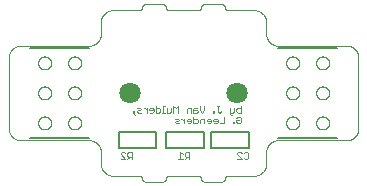
<source format=gbo>
G75*
%MOIN*%
%OFA0B0*%
%FSLAX25Y25*%
%IPPOS*%
%LPD*%
%AMOC8*
5,1,8,0,0,1.08239X$1,22.5*
%
%ADD10C,0.00000*%
%ADD11C,0.00200*%
%ADD12C,0.00800*%
%ADD13C,0.00500*%
%ADD14C,0.07087*%
D10*
X0045791Y0032012D02*
X0045915Y0032010D01*
X0046038Y0032004D01*
X0046162Y0031995D01*
X0046284Y0031981D01*
X0046407Y0031964D01*
X0046529Y0031942D01*
X0046650Y0031917D01*
X0046770Y0031888D01*
X0046889Y0031856D01*
X0047008Y0031819D01*
X0047125Y0031779D01*
X0047240Y0031736D01*
X0047355Y0031688D01*
X0047467Y0031637D01*
X0047578Y0031583D01*
X0047688Y0031525D01*
X0047795Y0031464D01*
X0047901Y0031399D01*
X0048004Y0031331D01*
X0048105Y0031260D01*
X0048204Y0031186D01*
X0048301Y0031109D01*
X0048395Y0031028D01*
X0048486Y0030945D01*
X0048575Y0030859D01*
X0048661Y0030770D01*
X0048744Y0030679D01*
X0048825Y0030585D01*
X0048902Y0030488D01*
X0048976Y0030389D01*
X0049047Y0030288D01*
X0049115Y0030185D01*
X0049180Y0030079D01*
X0049241Y0029972D01*
X0049299Y0029862D01*
X0049353Y0029751D01*
X0049404Y0029639D01*
X0049452Y0029524D01*
X0049495Y0029409D01*
X0049535Y0029292D01*
X0049572Y0029173D01*
X0049604Y0029054D01*
X0049633Y0028934D01*
X0049658Y0028813D01*
X0049680Y0028691D01*
X0049697Y0028568D01*
X0049711Y0028446D01*
X0049720Y0028322D01*
X0049726Y0028199D01*
X0049728Y0028075D01*
X0049728Y0024138D01*
X0049730Y0024014D01*
X0049736Y0023891D01*
X0049745Y0023767D01*
X0049759Y0023645D01*
X0049776Y0023522D01*
X0049798Y0023400D01*
X0049823Y0023279D01*
X0049852Y0023159D01*
X0049884Y0023040D01*
X0049921Y0022921D01*
X0049961Y0022804D01*
X0050004Y0022689D01*
X0050052Y0022574D01*
X0050103Y0022462D01*
X0050157Y0022351D01*
X0050215Y0022241D01*
X0050276Y0022134D01*
X0050341Y0022028D01*
X0050409Y0021925D01*
X0050480Y0021824D01*
X0050554Y0021725D01*
X0050631Y0021628D01*
X0050712Y0021534D01*
X0050795Y0021443D01*
X0050881Y0021354D01*
X0050970Y0021268D01*
X0051061Y0021185D01*
X0051155Y0021104D01*
X0051252Y0021027D01*
X0051351Y0020953D01*
X0051452Y0020882D01*
X0051555Y0020814D01*
X0051661Y0020749D01*
X0051768Y0020688D01*
X0051878Y0020630D01*
X0051989Y0020576D01*
X0052101Y0020525D01*
X0052216Y0020477D01*
X0052331Y0020434D01*
X0052448Y0020394D01*
X0052567Y0020357D01*
X0052686Y0020325D01*
X0052806Y0020296D01*
X0052927Y0020271D01*
X0053049Y0020249D01*
X0053172Y0020232D01*
X0053294Y0020218D01*
X0053418Y0020209D01*
X0053541Y0020203D01*
X0053665Y0020201D01*
X0062524Y0020201D01*
X0062586Y0020199D01*
X0062647Y0020193D01*
X0062708Y0020184D01*
X0062769Y0020170D01*
X0062828Y0020153D01*
X0062886Y0020132D01*
X0062943Y0020107D01*
X0062998Y0020079D01*
X0063051Y0020048D01*
X0063102Y0020013D01*
X0063151Y0019975D01*
X0063198Y0019934D01*
X0063241Y0019891D01*
X0063282Y0019844D01*
X0063320Y0019795D01*
X0063355Y0019744D01*
X0063386Y0019691D01*
X0063414Y0019636D01*
X0063439Y0019579D01*
X0063460Y0019521D01*
X0063477Y0019462D01*
X0063491Y0019401D01*
X0063500Y0019340D01*
X0063506Y0019279D01*
X0063508Y0019217D01*
X0063510Y0019155D01*
X0063516Y0019094D01*
X0063525Y0019033D01*
X0063539Y0018972D01*
X0063556Y0018913D01*
X0063577Y0018855D01*
X0063602Y0018798D01*
X0063630Y0018743D01*
X0063661Y0018690D01*
X0063696Y0018639D01*
X0063734Y0018590D01*
X0063775Y0018543D01*
X0063818Y0018500D01*
X0063865Y0018459D01*
X0063914Y0018421D01*
X0063965Y0018386D01*
X0064018Y0018355D01*
X0064073Y0018327D01*
X0064130Y0018302D01*
X0064188Y0018281D01*
X0064247Y0018264D01*
X0064308Y0018250D01*
X0064369Y0018241D01*
X0064430Y0018235D01*
X0064492Y0018233D01*
X0064492Y0018232D02*
X0070398Y0018232D01*
X0070398Y0018233D02*
X0070460Y0018235D01*
X0070521Y0018241D01*
X0070582Y0018250D01*
X0070643Y0018264D01*
X0070702Y0018281D01*
X0070760Y0018302D01*
X0070817Y0018327D01*
X0070872Y0018355D01*
X0070925Y0018386D01*
X0070976Y0018421D01*
X0071025Y0018459D01*
X0071072Y0018500D01*
X0071115Y0018543D01*
X0071156Y0018590D01*
X0071194Y0018639D01*
X0071229Y0018690D01*
X0071260Y0018743D01*
X0071288Y0018798D01*
X0071313Y0018855D01*
X0071334Y0018913D01*
X0071351Y0018972D01*
X0071365Y0019033D01*
X0071374Y0019094D01*
X0071380Y0019155D01*
X0071382Y0019217D01*
X0071384Y0019279D01*
X0071390Y0019340D01*
X0071399Y0019401D01*
X0071413Y0019462D01*
X0071430Y0019521D01*
X0071451Y0019579D01*
X0071476Y0019636D01*
X0071504Y0019691D01*
X0071535Y0019744D01*
X0071570Y0019795D01*
X0071608Y0019844D01*
X0071649Y0019891D01*
X0071692Y0019934D01*
X0071739Y0019975D01*
X0071788Y0020013D01*
X0071839Y0020048D01*
X0071892Y0020079D01*
X0071947Y0020107D01*
X0072004Y0020132D01*
X0072062Y0020153D01*
X0072121Y0020170D01*
X0072182Y0020184D01*
X0072243Y0020193D01*
X0072304Y0020199D01*
X0072366Y0020201D01*
X0082209Y0020201D01*
X0082271Y0020199D01*
X0082332Y0020193D01*
X0082393Y0020184D01*
X0082454Y0020170D01*
X0082513Y0020153D01*
X0082571Y0020132D01*
X0082628Y0020107D01*
X0082683Y0020079D01*
X0082736Y0020048D01*
X0082787Y0020013D01*
X0082836Y0019975D01*
X0082883Y0019934D01*
X0082926Y0019891D01*
X0082967Y0019844D01*
X0083005Y0019795D01*
X0083040Y0019744D01*
X0083071Y0019691D01*
X0083099Y0019636D01*
X0083124Y0019579D01*
X0083145Y0019521D01*
X0083162Y0019462D01*
X0083176Y0019401D01*
X0083185Y0019340D01*
X0083191Y0019279D01*
X0083193Y0019217D01*
X0083195Y0019155D01*
X0083201Y0019094D01*
X0083210Y0019033D01*
X0083224Y0018972D01*
X0083241Y0018913D01*
X0083262Y0018855D01*
X0083287Y0018798D01*
X0083315Y0018743D01*
X0083346Y0018690D01*
X0083381Y0018639D01*
X0083419Y0018590D01*
X0083460Y0018543D01*
X0083503Y0018500D01*
X0083550Y0018459D01*
X0083599Y0018421D01*
X0083650Y0018386D01*
X0083703Y0018355D01*
X0083758Y0018327D01*
X0083815Y0018302D01*
X0083873Y0018281D01*
X0083932Y0018264D01*
X0083993Y0018250D01*
X0084054Y0018241D01*
X0084115Y0018235D01*
X0084177Y0018233D01*
X0084177Y0018232D02*
X0090083Y0018232D01*
X0090083Y0018233D02*
X0090145Y0018235D01*
X0090206Y0018241D01*
X0090267Y0018250D01*
X0090328Y0018264D01*
X0090387Y0018281D01*
X0090445Y0018302D01*
X0090502Y0018327D01*
X0090557Y0018355D01*
X0090610Y0018386D01*
X0090661Y0018421D01*
X0090710Y0018459D01*
X0090757Y0018500D01*
X0090800Y0018543D01*
X0090841Y0018590D01*
X0090879Y0018639D01*
X0090914Y0018690D01*
X0090945Y0018743D01*
X0090973Y0018798D01*
X0090998Y0018855D01*
X0091019Y0018913D01*
X0091036Y0018972D01*
X0091050Y0019033D01*
X0091059Y0019094D01*
X0091065Y0019155D01*
X0091067Y0019217D01*
X0091069Y0019279D01*
X0091075Y0019340D01*
X0091084Y0019401D01*
X0091098Y0019462D01*
X0091115Y0019521D01*
X0091136Y0019579D01*
X0091161Y0019636D01*
X0091189Y0019691D01*
X0091220Y0019744D01*
X0091255Y0019795D01*
X0091293Y0019844D01*
X0091334Y0019891D01*
X0091377Y0019934D01*
X0091424Y0019975D01*
X0091473Y0020013D01*
X0091524Y0020048D01*
X0091577Y0020079D01*
X0091632Y0020107D01*
X0091689Y0020132D01*
X0091747Y0020153D01*
X0091806Y0020170D01*
X0091867Y0020184D01*
X0091928Y0020193D01*
X0091989Y0020199D01*
X0092051Y0020201D01*
X0100909Y0020201D01*
X0101033Y0020203D01*
X0101156Y0020209D01*
X0101280Y0020218D01*
X0101402Y0020232D01*
X0101525Y0020249D01*
X0101647Y0020271D01*
X0101768Y0020296D01*
X0101888Y0020325D01*
X0102007Y0020357D01*
X0102126Y0020394D01*
X0102243Y0020434D01*
X0102358Y0020477D01*
X0102473Y0020525D01*
X0102585Y0020576D01*
X0102696Y0020630D01*
X0102806Y0020688D01*
X0102913Y0020749D01*
X0103019Y0020814D01*
X0103122Y0020882D01*
X0103223Y0020953D01*
X0103322Y0021027D01*
X0103419Y0021104D01*
X0103513Y0021185D01*
X0103604Y0021268D01*
X0103693Y0021354D01*
X0103779Y0021443D01*
X0103862Y0021534D01*
X0103943Y0021628D01*
X0104020Y0021725D01*
X0104094Y0021824D01*
X0104165Y0021925D01*
X0104233Y0022028D01*
X0104298Y0022134D01*
X0104359Y0022241D01*
X0104417Y0022351D01*
X0104471Y0022462D01*
X0104522Y0022574D01*
X0104570Y0022689D01*
X0104613Y0022804D01*
X0104653Y0022921D01*
X0104690Y0023040D01*
X0104722Y0023159D01*
X0104751Y0023279D01*
X0104776Y0023400D01*
X0104798Y0023522D01*
X0104815Y0023645D01*
X0104829Y0023767D01*
X0104838Y0023891D01*
X0104844Y0024014D01*
X0104846Y0024138D01*
X0104846Y0028075D01*
X0104848Y0028199D01*
X0104854Y0028322D01*
X0104863Y0028446D01*
X0104877Y0028568D01*
X0104894Y0028691D01*
X0104916Y0028813D01*
X0104941Y0028934D01*
X0104970Y0029054D01*
X0105002Y0029173D01*
X0105039Y0029292D01*
X0105079Y0029409D01*
X0105122Y0029524D01*
X0105170Y0029639D01*
X0105221Y0029751D01*
X0105275Y0029862D01*
X0105333Y0029972D01*
X0105394Y0030079D01*
X0105459Y0030185D01*
X0105527Y0030288D01*
X0105598Y0030389D01*
X0105672Y0030488D01*
X0105749Y0030585D01*
X0105830Y0030679D01*
X0105913Y0030770D01*
X0105999Y0030859D01*
X0106088Y0030945D01*
X0106179Y0031028D01*
X0106273Y0031109D01*
X0106370Y0031186D01*
X0106469Y0031260D01*
X0106570Y0031331D01*
X0106673Y0031399D01*
X0106779Y0031464D01*
X0106886Y0031525D01*
X0106996Y0031583D01*
X0107107Y0031637D01*
X0107219Y0031688D01*
X0107334Y0031736D01*
X0107449Y0031779D01*
X0107566Y0031819D01*
X0107685Y0031856D01*
X0107804Y0031888D01*
X0107924Y0031917D01*
X0108045Y0031942D01*
X0108167Y0031964D01*
X0108290Y0031981D01*
X0108412Y0031995D01*
X0108536Y0032004D01*
X0108659Y0032010D01*
X0108783Y0032012D01*
X0131618Y0032012D01*
X0131742Y0032014D01*
X0131865Y0032020D01*
X0131989Y0032029D01*
X0132111Y0032043D01*
X0132234Y0032060D01*
X0132356Y0032082D01*
X0132477Y0032107D01*
X0132597Y0032136D01*
X0132716Y0032168D01*
X0132835Y0032205D01*
X0132952Y0032245D01*
X0133067Y0032288D01*
X0133182Y0032336D01*
X0133294Y0032387D01*
X0133405Y0032441D01*
X0133515Y0032499D01*
X0133622Y0032560D01*
X0133728Y0032625D01*
X0133831Y0032693D01*
X0133932Y0032764D01*
X0134031Y0032838D01*
X0134128Y0032915D01*
X0134222Y0032996D01*
X0134313Y0033079D01*
X0134402Y0033165D01*
X0134488Y0033254D01*
X0134571Y0033345D01*
X0134652Y0033439D01*
X0134729Y0033536D01*
X0134803Y0033635D01*
X0134874Y0033736D01*
X0134942Y0033839D01*
X0135007Y0033945D01*
X0135068Y0034052D01*
X0135126Y0034162D01*
X0135180Y0034273D01*
X0135231Y0034385D01*
X0135279Y0034500D01*
X0135322Y0034615D01*
X0135362Y0034732D01*
X0135399Y0034851D01*
X0135431Y0034970D01*
X0135460Y0035090D01*
X0135485Y0035211D01*
X0135507Y0035333D01*
X0135524Y0035456D01*
X0135538Y0035578D01*
X0135547Y0035702D01*
X0135553Y0035825D01*
X0135555Y0035949D01*
X0135555Y0059571D01*
X0135553Y0059695D01*
X0135547Y0059818D01*
X0135538Y0059942D01*
X0135524Y0060064D01*
X0135507Y0060187D01*
X0135485Y0060309D01*
X0135460Y0060430D01*
X0135431Y0060550D01*
X0135399Y0060669D01*
X0135362Y0060788D01*
X0135322Y0060905D01*
X0135279Y0061020D01*
X0135231Y0061135D01*
X0135180Y0061247D01*
X0135126Y0061358D01*
X0135068Y0061468D01*
X0135007Y0061575D01*
X0134942Y0061681D01*
X0134874Y0061784D01*
X0134803Y0061885D01*
X0134729Y0061984D01*
X0134652Y0062081D01*
X0134571Y0062175D01*
X0134488Y0062266D01*
X0134402Y0062355D01*
X0134313Y0062441D01*
X0134222Y0062524D01*
X0134128Y0062605D01*
X0134031Y0062682D01*
X0133932Y0062756D01*
X0133831Y0062827D01*
X0133728Y0062895D01*
X0133622Y0062960D01*
X0133515Y0063021D01*
X0133405Y0063079D01*
X0133294Y0063133D01*
X0133182Y0063184D01*
X0133067Y0063232D01*
X0132952Y0063275D01*
X0132835Y0063315D01*
X0132716Y0063352D01*
X0132597Y0063384D01*
X0132477Y0063413D01*
X0132356Y0063438D01*
X0132234Y0063460D01*
X0132111Y0063477D01*
X0131989Y0063491D01*
X0131865Y0063500D01*
X0131742Y0063506D01*
X0131618Y0063508D01*
X0108783Y0063508D01*
X0108659Y0063510D01*
X0108536Y0063516D01*
X0108412Y0063525D01*
X0108290Y0063539D01*
X0108167Y0063556D01*
X0108045Y0063578D01*
X0107924Y0063603D01*
X0107804Y0063632D01*
X0107685Y0063664D01*
X0107566Y0063701D01*
X0107449Y0063741D01*
X0107334Y0063784D01*
X0107219Y0063832D01*
X0107107Y0063883D01*
X0106996Y0063937D01*
X0106886Y0063995D01*
X0106779Y0064056D01*
X0106673Y0064121D01*
X0106570Y0064189D01*
X0106469Y0064260D01*
X0106370Y0064334D01*
X0106273Y0064411D01*
X0106179Y0064492D01*
X0106088Y0064575D01*
X0105999Y0064661D01*
X0105913Y0064750D01*
X0105830Y0064841D01*
X0105749Y0064935D01*
X0105672Y0065032D01*
X0105598Y0065131D01*
X0105527Y0065232D01*
X0105459Y0065335D01*
X0105394Y0065441D01*
X0105333Y0065548D01*
X0105275Y0065658D01*
X0105221Y0065769D01*
X0105170Y0065881D01*
X0105122Y0065996D01*
X0105079Y0066111D01*
X0105039Y0066228D01*
X0105002Y0066347D01*
X0104970Y0066466D01*
X0104941Y0066586D01*
X0104916Y0066707D01*
X0104894Y0066829D01*
X0104877Y0066952D01*
X0104863Y0067074D01*
X0104854Y0067198D01*
X0104848Y0067321D01*
X0104846Y0067445D01*
X0104846Y0071382D01*
X0104844Y0071506D01*
X0104838Y0071629D01*
X0104829Y0071753D01*
X0104815Y0071875D01*
X0104798Y0071998D01*
X0104776Y0072120D01*
X0104751Y0072241D01*
X0104722Y0072361D01*
X0104690Y0072480D01*
X0104653Y0072599D01*
X0104613Y0072716D01*
X0104570Y0072831D01*
X0104522Y0072946D01*
X0104471Y0073058D01*
X0104417Y0073169D01*
X0104359Y0073279D01*
X0104298Y0073386D01*
X0104233Y0073492D01*
X0104165Y0073595D01*
X0104094Y0073696D01*
X0104020Y0073795D01*
X0103943Y0073892D01*
X0103862Y0073986D01*
X0103779Y0074077D01*
X0103693Y0074166D01*
X0103604Y0074252D01*
X0103513Y0074335D01*
X0103419Y0074416D01*
X0103322Y0074493D01*
X0103223Y0074567D01*
X0103122Y0074638D01*
X0103019Y0074706D01*
X0102913Y0074771D01*
X0102806Y0074832D01*
X0102696Y0074890D01*
X0102585Y0074944D01*
X0102473Y0074995D01*
X0102358Y0075043D01*
X0102243Y0075086D01*
X0102126Y0075126D01*
X0102007Y0075163D01*
X0101888Y0075195D01*
X0101768Y0075224D01*
X0101647Y0075249D01*
X0101525Y0075271D01*
X0101402Y0075288D01*
X0101280Y0075302D01*
X0101156Y0075311D01*
X0101033Y0075317D01*
X0100909Y0075319D01*
X0092051Y0075319D01*
X0091989Y0075321D01*
X0091928Y0075327D01*
X0091867Y0075336D01*
X0091806Y0075350D01*
X0091747Y0075367D01*
X0091689Y0075388D01*
X0091632Y0075413D01*
X0091577Y0075441D01*
X0091524Y0075472D01*
X0091473Y0075507D01*
X0091424Y0075545D01*
X0091377Y0075586D01*
X0091334Y0075629D01*
X0091293Y0075676D01*
X0091255Y0075725D01*
X0091220Y0075776D01*
X0091189Y0075829D01*
X0091161Y0075884D01*
X0091136Y0075941D01*
X0091115Y0075999D01*
X0091098Y0076058D01*
X0091084Y0076119D01*
X0091075Y0076180D01*
X0091069Y0076241D01*
X0091067Y0076303D01*
X0091065Y0076365D01*
X0091059Y0076426D01*
X0091050Y0076487D01*
X0091036Y0076548D01*
X0091019Y0076607D01*
X0090998Y0076665D01*
X0090973Y0076722D01*
X0090945Y0076777D01*
X0090914Y0076830D01*
X0090879Y0076881D01*
X0090841Y0076930D01*
X0090800Y0076977D01*
X0090757Y0077020D01*
X0090710Y0077061D01*
X0090661Y0077099D01*
X0090610Y0077134D01*
X0090557Y0077165D01*
X0090502Y0077193D01*
X0090445Y0077218D01*
X0090387Y0077239D01*
X0090328Y0077256D01*
X0090267Y0077270D01*
X0090206Y0077279D01*
X0090145Y0077285D01*
X0090083Y0077287D01*
X0084177Y0077287D01*
X0084115Y0077285D01*
X0084054Y0077279D01*
X0083993Y0077270D01*
X0083932Y0077256D01*
X0083873Y0077239D01*
X0083815Y0077218D01*
X0083758Y0077193D01*
X0083703Y0077165D01*
X0083650Y0077134D01*
X0083599Y0077099D01*
X0083550Y0077061D01*
X0083503Y0077020D01*
X0083460Y0076977D01*
X0083419Y0076930D01*
X0083381Y0076881D01*
X0083346Y0076830D01*
X0083315Y0076777D01*
X0083287Y0076722D01*
X0083262Y0076665D01*
X0083241Y0076607D01*
X0083224Y0076548D01*
X0083210Y0076487D01*
X0083201Y0076426D01*
X0083195Y0076365D01*
X0083193Y0076303D01*
X0083191Y0076241D01*
X0083185Y0076180D01*
X0083176Y0076119D01*
X0083162Y0076058D01*
X0083145Y0075999D01*
X0083124Y0075941D01*
X0083099Y0075884D01*
X0083071Y0075829D01*
X0083040Y0075776D01*
X0083005Y0075725D01*
X0082967Y0075676D01*
X0082926Y0075629D01*
X0082883Y0075586D01*
X0082836Y0075545D01*
X0082787Y0075507D01*
X0082736Y0075472D01*
X0082683Y0075441D01*
X0082628Y0075413D01*
X0082571Y0075388D01*
X0082513Y0075367D01*
X0082454Y0075350D01*
X0082393Y0075336D01*
X0082332Y0075327D01*
X0082271Y0075321D01*
X0082209Y0075319D01*
X0072366Y0075319D01*
X0072304Y0075321D01*
X0072243Y0075327D01*
X0072182Y0075336D01*
X0072121Y0075350D01*
X0072062Y0075367D01*
X0072004Y0075388D01*
X0071947Y0075413D01*
X0071892Y0075441D01*
X0071839Y0075472D01*
X0071788Y0075507D01*
X0071739Y0075545D01*
X0071692Y0075586D01*
X0071649Y0075629D01*
X0071608Y0075676D01*
X0071570Y0075725D01*
X0071535Y0075776D01*
X0071504Y0075829D01*
X0071476Y0075884D01*
X0071451Y0075941D01*
X0071430Y0075999D01*
X0071413Y0076058D01*
X0071399Y0076119D01*
X0071390Y0076180D01*
X0071384Y0076241D01*
X0071382Y0076303D01*
X0071380Y0076365D01*
X0071374Y0076426D01*
X0071365Y0076487D01*
X0071351Y0076548D01*
X0071334Y0076607D01*
X0071313Y0076665D01*
X0071288Y0076722D01*
X0071260Y0076777D01*
X0071229Y0076830D01*
X0071194Y0076881D01*
X0071156Y0076930D01*
X0071115Y0076977D01*
X0071072Y0077020D01*
X0071025Y0077061D01*
X0070976Y0077099D01*
X0070925Y0077134D01*
X0070872Y0077165D01*
X0070817Y0077193D01*
X0070760Y0077218D01*
X0070702Y0077239D01*
X0070643Y0077256D01*
X0070582Y0077270D01*
X0070521Y0077279D01*
X0070460Y0077285D01*
X0070398Y0077287D01*
X0064492Y0077287D01*
X0064430Y0077285D01*
X0064369Y0077279D01*
X0064308Y0077270D01*
X0064247Y0077256D01*
X0064188Y0077239D01*
X0064130Y0077218D01*
X0064073Y0077193D01*
X0064018Y0077165D01*
X0063965Y0077134D01*
X0063914Y0077099D01*
X0063865Y0077061D01*
X0063818Y0077020D01*
X0063775Y0076977D01*
X0063734Y0076930D01*
X0063696Y0076881D01*
X0063661Y0076830D01*
X0063630Y0076777D01*
X0063602Y0076722D01*
X0063577Y0076665D01*
X0063556Y0076607D01*
X0063539Y0076548D01*
X0063525Y0076487D01*
X0063516Y0076426D01*
X0063510Y0076365D01*
X0063508Y0076303D01*
X0063506Y0076241D01*
X0063500Y0076180D01*
X0063491Y0076119D01*
X0063477Y0076058D01*
X0063460Y0075999D01*
X0063439Y0075941D01*
X0063414Y0075884D01*
X0063386Y0075829D01*
X0063355Y0075776D01*
X0063320Y0075725D01*
X0063282Y0075676D01*
X0063241Y0075629D01*
X0063198Y0075586D01*
X0063151Y0075545D01*
X0063102Y0075507D01*
X0063051Y0075472D01*
X0062998Y0075441D01*
X0062943Y0075413D01*
X0062886Y0075388D01*
X0062828Y0075367D01*
X0062769Y0075350D01*
X0062708Y0075336D01*
X0062647Y0075327D01*
X0062586Y0075321D01*
X0062524Y0075319D01*
X0053665Y0075319D01*
X0053541Y0075317D01*
X0053418Y0075311D01*
X0053294Y0075302D01*
X0053172Y0075288D01*
X0053049Y0075271D01*
X0052927Y0075249D01*
X0052806Y0075224D01*
X0052686Y0075195D01*
X0052567Y0075163D01*
X0052448Y0075126D01*
X0052331Y0075086D01*
X0052216Y0075043D01*
X0052101Y0074995D01*
X0051989Y0074944D01*
X0051878Y0074890D01*
X0051768Y0074832D01*
X0051661Y0074771D01*
X0051555Y0074706D01*
X0051452Y0074638D01*
X0051351Y0074567D01*
X0051252Y0074493D01*
X0051155Y0074416D01*
X0051061Y0074335D01*
X0050970Y0074252D01*
X0050881Y0074166D01*
X0050795Y0074077D01*
X0050712Y0073986D01*
X0050631Y0073892D01*
X0050554Y0073795D01*
X0050480Y0073696D01*
X0050409Y0073595D01*
X0050341Y0073492D01*
X0050276Y0073386D01*
X0050215Y0073279D01*
X0050157Y0073169D01*
X0050103Y0073058D01*
X0050052Y0072946D01*
X0050004Y0072831D01*
X0049961Y0072716D01*
X0049921Y0072599D01*
X0049884Y0072480D01*
X0049852Y0072361D01*
X0049823Y0072241D01*
X0049798Y0072120D01*
X0049776Y0071998D01*
X0049759Y0071875D01*
X0049745Y0071753D01*
X0049736Y0071629D01*
X0049730Y0071506D01*
X0049728Y0071382D01*
X0049728Y0067445D01*
X0049726Y0067321D01*
X0049720Y0067198D01*
X0049711Y0067074D01*
X0049697Y0066952D01*
X0049680Y0066829D01*
X0049658Y0066707D01*
X0049633Y0066586D01*
X0049604Y0066466D01*
X0049572Y0066347D01*
X0049535Y0066228D01*
X0049495Y0066111D01*
X0049452Y0065996D01*
X0049404Y0065881D01*
X0049353Y0065769D01*
X0049299Y0065658D01*
X0049241Y0065548D01*
X0049180Y0065441D01*
X0049115Y0065335D01*
X0049047Y0065232D01*
X0048976Y0065131D01*
X0048902Y0065032D01*
X0048825Y0064935D01*
X0048744Y0064841D01*
X0048661Y0064750D01*
X0048575Y0064661D01*
X0048486Y0064575D01*
X0048395Y0064492D01*
X0048301Y0064411D01*
X0048204Y0064334D01*
X0048105Y0064260D01*
X0048004Y0064189D01*
X0047901Y0064121D01*
X0047795Y0064056D01*
X0047688Y0063995D01*
X0047578Y0063937D01*
X0047467Y0063883D01*
X0047355Y0063832D01*
X0047240Y0063784D01*
X0047125Y0063741D01*
X0047008Y0063701D01*
X0046889Y0063664D01*
X0046770Y0063632D01*
X0046650Y0063603D01*
X0046529Y0063578D01*
X0046407Y0063556D01*
X0046284Y0063539D01*
X0046162Y0063525D01*
X0046038Y0063516D01*
X0045915Y0063510D01*
X0045791Y0063508D01*
X0022957Y0063508D01*
X0022833Y0063506D01*
X0022710Y0063500D01*
X0022586Y0063491D01*
X0022464Y0063477D01*
X0022341Y0063460D01*
X0022219Y0063438D01*
X0022098Y0063413D01*
X0021978Y0063384D01*
X0021859Y0063352D01*
X0021740Y0063315D01*
X0021623Y0063275D01*
X0021508Y0063232D01*
X0021393Y0063184D01*
X0021281Y0063133D01*
X0021170Y0063079D01*
X0021060Y0063021D01*
X0020953Y0062960D01*
X0020847Y0062895D01*
X0020744Y0062827D01*
X0020643Y0062756D01*
X0020544Y0062682D01*
X0020447Y0062605D01*
X0020353Y0062524D01*
X0020262Y0062441D01*
X0020173Y0062355D01*
X0020087Y0062266D01*
X0020004Y0062175D01*
X0019923Y0062081D01*
X0019846Y0061984D01*
X0019772Y0061885D01*
X0019701Y0061784D01*
X0019633Y0061681D01*
X0019568Y0061575D01*
X0019507Y0061468D01*
X0019449Y0061358D01*
X0019395Y0061247D01*
X0019344Y0061135D01*
X0019296Y0061020D01*
X0019253Y0060905D01*
X0019213Y0060788D01*
X0019176Y0060669D01*
X0019144Y0060550D01*
X0019115Y0060430D01*
X0019090Y0060309D01*
X0019068Y0060187D01*
X0019051Y0060064D01*
X0019037Y0059942D01*
X0019028Y0059818D01*
X0019022Y0059695D01*
X0019020Y0059571D01*
X0019020Y0035949D01*
X0019022Y0035825D01*
X0019028Y0035702D01*
X0019037Y0035578D01*
X0019051Y0035456D01*
X0019068Y0035333D01*
X0019090Y0035211D01*
X0019115Y0035090D01*
X0019144Y0034970D01*
X0019176Y0034851D01*
X0019213Y0034732D01*
X0019253Y0034615D01*
X0019296Y0034500D01*
X0019344Y0034385D01*
X0019395Y0034273D01*
X0019449Y0034162D01*
X0019507Y0034052D01*
X0019568Y0033945D01*
X0019633Y0033839D01*
X0019701Y0033736D01*
X0019772Y0033635D01*
X0019846Y0033536D01*
X0019923Y0033439D01*
X0020004Y0033345D01*
X0020087Y0033254D01*
X0020173Y0033165D01*
X0020262Y0033079D01*
X0020353Y0032996D01*
X0020447Y0032915D01*
X0020544Y0032838D01*
X0020643Y0032764D01*
X0020744Y0032693D01*
X0020847Y0032625D01*
X0020953Y0032560D01*
X0021060Y0032499D01*
X0021170Y0032441D01*
X0021281Y0032387D01*
X0021393Y0032336D01*
X0021508Y0032288D01*
X0021623Y0032245D01*
X0021740Y0032205D01*
X0021859Y0032168D01*
X0021978Y0032136D01*
X0022098Y0032107D01*
X0022219Y0032082D01*
X0022341Y0032060D01*
X0022464Y0032043D01*
X0022586Y0032029D01*
X0022710Y0032020D01*
X0022833Y0032014D01*
X0022957Y0032012D01*
X0045791Y0032012D01*
X0038784Y0037760D02*
X0038786Y0037853D01*
X0038792Y0037945D01*
X0038802Y0038037D01*
X0038816Y0038128D01*
X0038833Y0038219D01*
X0038855Y0038309D01*
X0038880Y0038398D01*
X0038909Y0038486D01*
X0038942Y0038572D01*
X0038979Y0038657D01*
X0039019Y0038741D01*
X0039063Y0038822D01*
X0039110Y0038902D01*
X0039160Y0038980D01*
X0039214Y0039055D01*
X0039271Y0039128D01*
X0039331Y0039198D01*
X0039394Y0039266D01*
X0039460Y0039331D01*
X0039528Y0039393D01*
X0039599Y0039453D01*
X0039673Y0039509D01*
X0039749Y0039562D01*
X0039827Y0039611D01*
X0039907Y0039658D01*
X0039989Y0039700D01*
X0040073Y0039740D01*
X0040158Y0039775D01*
X0040245Y0039807D01*
X0040333Y0039836D01*
X0040422Y0039860D01*
X0040512Y0039881D01*
X0040603Y0039897D01*
X0040695Y0039910D01*
X0040787Y0039919D01*
X0040880Y0039924D01*
X0040972Y0039925D01*
X0041065Y0039922D01*
X0041157Y0039915D01*
X0041249Y0039904D01*
X0041340Y0039889D01*
X0041431Y0039871D01*
X0041521Y0039848D01*
X0041609Y0039822D01*
X0041697Y0039792D01*
X0041783Y0039758D01*
X0041867Y0039721D01*
X0041950Y0039679D01*
X0042031Y0039635D01*
X0042111Y0039587D01*
X0042188Y0039536D01*
X0042262Y0039481D01*
X0042335Y0039423D01*
X0042405Y0039363D01*
X0042472Y0039299D01*
X0042536Y0039233D01*
X0042598Y0039163D01*
X0042656Y0039092D01*
X0042711Y0039018D01*
X0042763Y0038941D01*
X0042812Y0038862D01*
X0042858Y0038782D01*
X0042900Y0038699D01*
X0042938Y0038615D01*
X0042973Y0038529D01*
X0043004Y0038442D01*
X0043031Y0038354D01*
X0043054Y0038264D01*
X0043074Y0038174D01*
X0043090Y0038083D01*
X0043102Y0037991D01*
X0043110Y0037899D01*
X0043114Y0037806D01*
X0043114Y0037714D01*
X0043110Y0037621D01*
X0043102Y0037529D01*
X0043090Y0037437D01*
X0043074Y0037346D01*
X0043054Y0037256D01*
X0043031Y0037166D01*
X0043004Y0037078D01*
X0042973Y0036991D01*
X0042938Y0036905D01*
X0042900Y0036821D01*
X0042858Y0036738D01*
X0042812Y0036658D01*
X0042763Y0036579D01*
X0042711Y0036502D01*
X0042656Y0036428D01*
X0042598Y0036357D01*
X0042536Y0036287D01*
X0042472Y0036221D01*
X0042405Y0036157D01*
X0042335Y0036097D01*
X0042262Y0036039D01*
X0042188Y0035984D01*
X0042111Y0035933D01*
X0042032Y0035885D01*
X0041950Y0035841D01*
X0041867Y0035799D01*
X0041783Y0035762D01*
X0041697Y0035728D01*
X0041609Y0035698D01*
X0041521Y0035672D01*
X0041431Y0035649D01*
X0041340Y0035631D01*
X0041249Y0035616D01*
X0041157Y0035605D01*
X0041065Y0035598D01*
X0040972Y0035595D01*
X0040880Y0035596D01*
X0040787Y0035601D01*
X0040695Y0035610D01*
X0040603Y0035623D01*
X0040512Y0035639D01*
X0040422Y0035660D01*
X0040333Y0035684D01*
X0040245Y0035713D01*
X0040158Y0035745D01*
X0040073Y0035780D01*
X0039989Y0035820D01*
X0039907Y0035862D01*
X0039827Y0035909D01*
X0039749Y0035958D01*
X0039673Y0036011D01*
X0039599Y0036067D01*
X0039528Y0036127D01*
X0039460Y0036189D01*
X0039394Y0036254D01*
X0039331Y0036322D01*
X0039271Y0036392D01*
X0039214Y0036465D01*
X0039160Y0036540D01*
X0039110Y0036618D01*
X0039063Y0036698D01*
X0039019Y0036779D01*
X0038979Y0036863D01*
X0038942Y0036948D01*
X0038909Y0037034D01*
X0038880Y0037122D01*
X0038855Y0037211D01*
X0038833Y0037301D01*
X0038816Y0037392D01*
X0038802Y0037483D01*
X0038792Y0037575D01*
X0038786Y0037667D01*
X0038784Y0037760D01*
X0028784Y0037760D02*
X0028786Y0037853D01*
X0028792Y0037945D01*
X0028802Y0038037D01*
X0028816Y0038128D01*
X0028833Y0038219D01*
X0028855Y0038309D01*
X0028880Y0038398D01*
X0028909Y0038486D01*
X0028942Y0038572D01*
X0028979Y0038657D01*
X0029019Y0038741D01*
X0029063Y0038822D01*
X0029110Y0038902D01*
X0029160Y0038980D01*
X0029214Y0039055D01*
X0029271Y0039128D01*
X0029331Y0039198D01*
X0029394Y0039266D01*
X0029460Y0039331D01*
X0029528Y0039393D01*
X0029599Y0039453D01*
X0029673Y0039509D01*
X0029749Y0039562D01*
X0029827Y0039611D01*
X0029907Y0039658D01*
X0029989Y0039700D01*
X0030073Y0039740D01*
X0030158Y0039775D01*
X0030245Y0039807D01*
X0030333Y0039836D01*
X0030422Y0039860D01*
X0030512Y0039881D01*
X0030603Y0039897D01*
X0030695Y0039910D01*
X0030787Y0039919D01*
X0030880Y0039924D01*
X0030972Y0039925D01*
X0031065Y0039922D01*
X0031157Y0039915D01*
X0031249Y0039904D01*
X0031340Y0039889D01*
X0031431Y0039871D01*
X0031521Y0039848D01*
X0031609Y0039822D01*
X0031697Y0039792D01*
X0031783Y0039758D01*
X0031867Y0039721D01*
X0031950Y0039679D01*
X0032031Y0039635D01*
X0032111Y0039587D01*
X0032188Y0039536D01*
X0032262Y0039481D01*
X0032335Y0039423D01*
X0032405Y0039363D01*
X0032472Y0039299D01*
X0032536Y0039233D01*
X0032598Y0039163D01*
X0032656Y0039092D01*
X0032711Y0039018D01*
X0032763Y0038941D01*
X0032812Y0038862D01*
X0032858Y0038782D01*
X0032900Y0038699D01*
X0032938Y0038615D01*
X0032973Y0038529D01*
X0033004Y0038442D01*
X0033031Y0038354D01*
X0033054Y0038264D01*
X0033074Y0038174D01*
X0033090Y0038083D01*
X0033102Y0037991D01*
X0033110Y0037899D01*
X0033114Y0037806D01*
X0033114Y0037714D01*
X0033110Y0037621D01*
X0033102Y0037529D01*
X0033090Y0037437D01*
X0033074Y0037346D01*
X0033054Y0037256D01*
X0033031Y0037166D01*
X0033004Y0037078D01*
X0032973Y0036991D01*
X0032938Y0036905D01*
X0032900Y0036821D01*
X0032858Y0036738D01*
X0032812Y0036658D01*
X0032763Y0036579D01*
X0032711Y0036502D01*
X0032656Y0036428D01*
X0032598Y0036357D01*
X0032536Y0036287D01*
X0032472Y0036221D01*
X0032405Y0036157D01*
X0032335Y0036097D01*
X0032262Y0036039D01*
X0032188Y0035984D01*
X0032111Y0035933D01*
X0032032Y0035885D01*
X0031950Y0035841D01*
X0031867Y0035799D01*
X0031783Y0035762D01*
X0031697Y0035728D01*
X0031609Y0035698D01*
X0031521Y0035672D01*
X0031431Y0035649D01*
X0031340Y0035631D01*
X0031249Y0035616D01*
X0031157Y0035605D01*
X0031065Y0035598D01*
X0030972Y0035595D01*
X0030880Y0035596D01*
X0030787Y0035601D01*
X0030695Y0035610D01*
X0030603Y0035623D01*
X0030512Y0035639D01*
X0030422Y0035660D01*
X0030333Y0035684D01*
X0030245Y0035713D01*
X0030158Y0035745D01*
X0030073Y0035780D01*
X0029989Y0035820D01*
X0029907Y0035862D01*
X0029827Y0035909D01*
X0029749Y0035958D01*
X0029673Y0036011D01*
X0029599Y0036067D01*
X0029528Y0036127D01*
X0029460Y0036189D01*
X0029394Y0036254D01*
X0029331Y0036322D01*
X0029271Y0036392D01*
X0029214Y0036465D01*
X0029160Y0036540D01*
X0029110Y0036618D01*
X0029063Y0036698D01*
X0029019Y0036779D01*
X0028979Y0036863D01*
X0028942Y0036948D01*
X0028909Y0037034D01*
X0028880Y0037122D01*
X0028855Y0037211D01*
X0028833Y0037301D01*
X0028816Y0037392D01*
X0028802Y0037483D01*
X0028792Y0037575D01*
X0028786Y0037667D01*
X0028784Y0037760D01*
X0028784Y0047760D02*
X0028786Y0047853D01*
X0028792Y0047945D01*
X0028802Y0048037D01*
X0028816Y0048128D01*
X0028833Y0048219D01*
X0028855Y0048309D01*
X0028880Y0048398D01*
X0028909Y0048486D01*
X0028942Y0048572D01*
X0028979Y0048657D01*
X0029019Y0048741D01*
X0029063Y0048822D01*
X0029110Y0048902D01*
X0029160Y0048980D01*
X0029214Y0049055D01*
X0029271Y0049128D01*
X0029331Y0049198D01*
X0029394Y0049266D01*
X0029460Y0049331D01*
X0029528Y0049393D01*
X0029599Y0049453D01*
X0029673Y0049509D01*
X0029749Y0049562D01*
X0029827Y0049611D01*
X0029907Y0049658D01*
X0029989Y0049700D01*
X0030073Y0049740D01*
X0030158Y0049775D01*
X0030245Y0049807D01*
X0030333Y0049836D01*
X0030422Y0049860D01*
X0030512Y0049881D01*
X0030603Y0049897D01*
X0030695Y0049910D01*
X0030787Y0049919D01*
X0030880Y0049924D01*
X0030972Y0049925D01*
X0031065Y0049922D01*
X0031157Y0049915D01*
X0031249Y0049904D01*
X0031340Y0049889D01*
X0031431Y0049871D01*
X0031521Y0049848D01*
X0031609Y0049822D01*
X0031697Y0049792D01*
X0031783Y0049758D01*
X0031867Y0049721D01*
X0031950Y0049679D01*
X0032031Y0049635D01*
X0032111Y0049587D01*
X0032188Y0049536D01*
X0032262Y0049481D01*
X0032335Y0049423D01*
X0032405Y0049363D01*
X0032472Y0049299D01*
X0032536Y0049233D01*
X0032598Y0049163D01*
X0032656Y0049092D01*
X0032711Y0049018D01*
X0032763Y0048941D01*
X0032812Y0048862D01*
X0032858Y0048782D01*
X0032900Y0048699D01*
X0032938Y0048615D01*
X0032973Y0048529D01*
X0033004Y0048442D01*
X0033031Y0048354D01*
X0033054Y0048264D01*
X0033074Y0048174D01*
X0033090Y0048083D01*
X0033102Y0047991D01*
X0033110Y0047899D01*
X0033114Y0047806D01*
X0033114Y0047714D01*
X0033110Y0047621D01*
X0033102Y0047529D01*
X0033090Y0047437D01*
X0033074Y0047346D01*
X0033054Y0047256D01*
X0033031Y0047166D01*
X0033004Y0047078D01*
X0032973Y0046991D01*
X0032938Y0046905D01*
X0032900Y0046821D01*
X0032858Y0046738D01*
X0032812Y0046658D01*
X0032763Y0046579D01*
X0032711Y0046502D01*
X0032656Y0046428D01*
X0032598Y0046357D01*
X0032536Y0046287D01*
X0032472Y0046221D01*
X0032405Y0046157D01*
X0032335Y0046097D01*
X0032262Y0046039D01*
X0032188Y0045984D01*
X0032111Y0045933D01*
X0032032Y0045885D01*
X0031950Y0045841D01*
X0031867Y0045799D01*
X0031783Y0045762D01*
X0031697Y0045728D01*
X0031609Y0045698D01*
X0031521Y0045672D01*
X0031431Y0045649D01*
X0031340Y0045631D01*
X0031249Y0045616D01*
X0031157Y0045605D01*
X0031065Y0045598D01*
X0030972Y0045595D01*
X0030880Y0045596D01*
X0030787Y0045601D01*
X0030695Y0045610D01*
X0030603Y0045623D01*
X0030512Y0045639D01*
X0030422Y0045660D01*
X0030333Y0045684D01*
X0030245Y0045713D01*
X0030158Y0045745D01*
X0030073Y0045780D01*
X0029989Y0045820D01*
X0029907Y0045862D01*
X0029827Y0045909D01*
X0029749Y0045958D01*
X0029673Y0046011D01*
X0029599Y0046067D01*
X0029528Y0046127D01*
X0029460Y0046189D01*
X0029394Y0046254D01*
X0029331Y0046322D01*
X0029271Y0046392D01*
X0029214Y0046465D01*
X0029160Y0046540D01*
X0029110Y0046618D01*
X0029063Y0046698D01*
X0029019Y0046779D01*
X0028979Y0046863D01*
X0028942Y0046948D01*
X0028909Y0047034D01*
X0028880Y0047122D01*
X0028855Y0047211D01*
X0028833Y0047301D01*
X0028816Y0047392D01*
X0028802Y0047483D01*
X0028792Y0047575D01*
X0028786Y0047667D01*
X0028784Y0047760D01*
X0038784Y0047760D02*
X0038786Y0047853D01*
X0038792Y0047945D01*
X0038802Y0048037D01*
X0038816Y0048128D01*
X0038833Y0048219D01*
X0038855Y0048309D01*
X0038880Y0048398D01*
X0038909Y0048486D01*
X0038942Y0048572D01*
X0038979Y0048657D01*
X0039019Y0048741D01*
X0039063Y0048822D01*
X0039110Y0048902D01*
X0039160Y0048980D01*
X0039214Y0049055D01*
X0039271Y0049128D01*
X0039331Y0049198D01*
X0039394Y0049266D01*
X0039460Y0049331D01*
X0039528Y0049393D01*
X0039599Y0049453D01*
X0039673Y0049509D01*
X0039749Y0049562D01*
X0039827Y0049611D01*
X0039907Y0049658D01*
X0039989Y0049700D01*
X0040073Y0049740D01*
X0040158Y0049775D01*
X0040245Y0049807D01*
X0040333Y0049836D01*
X0040422Y0049860D01*
X0040512Y0049881D01*
X0040603Y0049897D01*
X0040695Y0049910D01*
X0040787Y0049919D01*
X0040880Y0049924D01*
X0040972Y0049925D01*
X0041065Y0049922D01*
X0041157Y0049915D01*
X0041249Y0049904D01*
X0041340Y0049889D01*
X0041431Y0049871D01*
X0041521Y0049848D01*
X0041609Y0049822D01*
X0041697Y0049792D01*
X0041783Y0049758D01*
X0041867Y0049721D01*
X0041950Y0049679D01*
X0042031Y0049635D01*
X0042111Y0049587D01*
X0042188Y0049536D01*
X0042262Y0049481D01*
X0042335Y0049423D01*
X0042405Y0049363D01*
X0042472Y0049299D01*
X0042536Y0049233D01*
X0042598Y0049163D01*
X0042656Y0049092D01*
X0042711Y0049018D01*
X0042763Y0048941D01*
X0042812Y0048862D01*
X0042858Y0048782D01*
X0042900Y0048699D01*
X0042938Y0048615D01*
X0042973Y0048529D01*
X0043004Y0048442D01*
X0043031Y0048354D01*
X0043054Y0048264D01*
X0043074Y0048174D01*
X0043090Y0048083D01*
X0043102Y0047991D01*
X0043110Y0047899D01*
X0043114Y0047806D01*
X0043114Y0047714D01*
X0043110Y0047621D01*
X0043102Y0047529D01*
X0043090Y0047437D01*
X0043074Y0047346D01*
X0043054Y0047256D01*
X0043031Y0047166D01*
X0043004Y0047078D01*
X0042973Y0046991D01*
X0042938Y0046905D01*
X0042900Y0046821D01*
X0042858Y0046738D01*
X0042812Y0046658D01*
X0042763Y0046579D01*
X0042711Y0046502D01*
X0042656Y0046428D01*
X0042598Y0046357D01*
X0042536Y0046287D01*
X0042472Y0046221D01*
X0042405Y0046157D01*
X0042335Y0046097D01*
X0042262Y0046039D01*
X0042188Y0045984D01*
X0042111Y0045933D01*
X0042032Y0045885D01*
X0041950Y0045841D01*
X0041867Y0045799D01*
X0041783Y0045762D01*
X0041697Y0045728D01*
X0041609Y0045698D01*
X0041521Y0045672D01*
X0041431Y0045649D01*
X0041340Y0045631D01*
X0041249Y0045616D01*
X0041157Y0045605D01*
X0041065Y0045598D01*
X0040972Y0045595D01*
X0040880Y0045596D01*
X0040787Y0045601D01*
X0040695Y0045610D01*
X0040603Y0045623D01*
X0040512Y0045639D01*
X0040422Y0045660D01*
X0040333Y0045684D01*
X0040245Y0045713D01*
X0040158Y0045745D01*
X0040073Y0045780D01*
X0039989Y0045820D01*
X0039907Y0045862D01*
X0039827Y0045909D01*
X0039749Y0045958D01*
X0039673Y0046011D01*
X0039599Y0046067D01*
X0039528Y0046127D01*
X0039460Y0046189D01*
X0039394Y0046254D01*
X0039331Y0046322D01*
X0039271Y0046392D01*
X0039214Y0046465D01*
X0039160Y0046540D01*
X0039110Y0046618D01*
X0039063Y0046698D01*
X0039019Y0046779D01*
X0038979Y0046863D01*
X0038942Y0046948D01*
X0038909Y0047034D01*
X0038880Y0047122D01*
X0038855Y0047211D01*
X0038833Y0047301D01*
X0038816Y0047392D01*
X0038802Y0047483D01*
X0038792Y0047575D01*
X0038786Y0047667D01*
X0038784Y0047760D01*
X0038784Y0057760D02*
X0038786Y0057853D01*
X0038792Y0057945D01*
X0038802Y0058037D01*
X0038816Y0058128D01*
X0038833Y0058219D01*
X0038855Y0058309D01*
X0038880Y0058398D01*
X0038909Y0058486D01*
X0038942Y0058572D01*
X0038979Y0058657D01*
X0039019Y0058741D01*
X0039063Y0058822D01*
X0039110Y0058902D01*
X0039160Y0058980D01*
X0039214Y0059055D01*
X0039271Y0059128D01*
X0039331Y0059198D01*
X0039394Y0059266D01*
X0039460Y0059331D01*
X0039528Y0059393D01*
X0039599Y0059453D01*
X0039673Y0059509D01*
X0039749Y0059562D01*
X0039827Y0059611D01*
X0039907Y0059658D01*
X0039989Y0059700D01*
X0040073Y0059740D01*
X0040158Y0059775D01*
X0040245Y0059807D01*
X0040333Y0059836D01*
X0040422Y0059860D01*
X0040512Y0059881D01*
X0040603Y0059897D01*
X0040695Y0059910D01*
X0040787Y0059919D01*
X0040880Y0059924D01*
X0040972Y0059925D01*
X0041065Y0059922D01*
X0041157Y0059915D01*
X0041249Y0059904D01*
X0041340Y0059889D01*
X0041431Y0059871D01*
X0041521Y0059848D01*
X0041609Y0059822D01*
X0041697Y0059792D01*
X0041783Y0059758D01*
X0041867Y0059721D01*
X0041950Y0059679D01*
X0042031Y0059635D01*
X0042111Y0059587D01*
X0042188Y0059536D01*
X0042262Y0059481D01*
X0042335Y0059423D01*
X0042405Y0059363D01*
X0042472Y0059299D01*
X0042536Y0059233D01*
X0042598Y0059163D01*
X0042656Y0059092D01*
X0042711Y0059018D01*
X0042763Y0058941D01*
X0042812Y0058862D01*
X0042858Y0058782D01*
X0042900Y0058699D01*
X0042938Y0058615D01*
X0042973Y0058529D01*
X0043004Y0058442D01*
X0043031Y0058354D01*
X0043054Y0058264D01*
X0043074Y0058174D01*
X0043090Y0058083D01*
X0043102Y0057991D01*
X0043110Y0057899D01*
X0043114Y0057806D01*
X0043114Y0057714D01*
X0043110Y0057621D01*
X0043102Y0057529D01*
X0043090Y0057437D01*
X0043074Y0057346D01*
X0043054Y0057256D01*
X0043031Y0057166D01*
X0043004Y0057078D01*
X0042973Y0056991D01*
X0042938Y0056905D01*
X0042900Y0056821D01*
X0042858Y0056738D01*
X0042812Y0056658D01*
X0042763Y0056579D01*
X0042711Y0056502D01*
X0042656Y0056428D01*
X0042598Y0056357D01*
X0042536Y0056287D01*
X0042472Y0056221D01*
X0042405Y0056157D01*
X0042335Y0056097D01*
X0042262Y0056039D01*
X0042188Y0055984D01*
X0042111Y0055933D01*
X0042032Y0055885D01*
X0041950Y0055841D01*
X0041867Y0055799D01*
X0041783Y0055762D01*
X0041697Y0055728D01*
X0041609Y0055698D01*
X0041521Y0055672D01*
X0041431Y0055649D01*
X0041340Y0055631D01*
X0041249Y0055616D01*
X0041157Y0055605D01*
X0041065Y0055598D01*
X0040972Y0055595D01*
X0040880Y0055596D01*
X0040787Y0055601D01*
X0040695Y0055610D01*
X0040603Y0055623D01*
X0040512Y0055639D01*
X0040422Y0055660D01*
X0040333Y0055684D01*
X0040245Y0055713D01*
X0040158Y0055745D01*
X0040073Y0055780D01*
X0039989Y0055820D01*
X0039907Y0055862D01*
X0039827Y0055909D01*
X0039749Y0055958D01*
X0039673Y0056011D01*
X0039599Y0056067D01*
X0039528Y0056127D01*
X0039460Y0056189D01*
X0039394Y0056254D01*
X0039331Y0056322D01*
X0039271Y0056392D01*
X0039214Y0056465D01*
X0039160Y0056540D01*
X0039110Y0056618D01*
X0039063Y0056698D01*
X0039019Y0056779D01*
X0038979Y0056863D01*
X0038942Y0056948D01*
X0038909Y0057034D01*
X0038880Y0057122D01*
X0038855Y0057211D01*
X0038833Y0057301D01*
X0038816Y0057392D01*
X0038802Y0057483D01*
X0038792Y0057575D01*
X0038786Y0057667D01*
X0038784Y0057760D01*
X0028784Y0057760D02*
X0028786Y0057853D01*
X0028792Y0057945D01*
X0028802Y0058037D01*
X0028816Y0058128D01*
X0028833Y0058219D01*
X0028855Y0058309D01*
X0028880Y0058398D01*
X0028909Y0058486D01*
X0028942Y0058572D01*
X0028979Y0058657D01*
X0029019Y0058741D01*
X0029063Y0058822D01*
X0029110Y0058902D01*
X0029160Y0058980D01*
X0029214Y0059055D01*
X0029271Y0059128D01*
X0029331Y0059198D01*
X0029394Y0059266D01*
X0029460Y0059331D01*
X0029528Y0059393D01*
X0029599Y0059453D01*
X0029673Y0059509D01*
X0029749Y0059562D01*
X0029827Y0059611D01*
X0029907Y0059658D01*
X0029989Y0059700D01*
X0030073Y0059740D01*
X0030158Y0059775D01*
X0030245Y0059807D01*
X0030333Y0059836D01*
X0030422Y0059860D01*
X0030512Y0059881D01*
X0030603Y0059897D01*
X0030695Y0059910D01*
X0030787Y0059919D01*
X0030880Y0059924D01*
X0030972Y0059925D01*
X0031065Y0059922D01*
X0031157Y0059915D01*
X0031249Y0059904D01*
X0031340Y0059889D01*
X0031431Y0059871D01*
X0031521Y0059848D01*
X0031609Y0059822D01*
X0031697Y0059792D01*
X0031783Y0059758D01*
X0031867Y0059721D01*
X0031950Y0059679D01*
X0032031Y0059635D01*
X0032111Y0059587D01*
X0032188Y0059536D01*
X0032262Y0059481D01*
X0032335Y0059423D01*
X0032405Y0059363D01*
X0032472Y0059299D01*
X0032536Y0059233D01*
X0032598Y0059163D01*
X0032656Y0059092D01*
X0032711Y0059018D01*
X0032763Y0058941D01*
X0032812Y0058862D01*
X0032858Y0058782D01*
X0032900Y0058699D01*
X0032938Y0058615D01*
X0032973Y0058529D01*
X0033004Y0058442D01*
X0033031Y0058354D01*
X0033054Y0058264D01*
X0033074Y0058174D01*
X0033090Y0058083D01*
X0033102Y0057991D01*
X0033110Y0057899D01*
X0033114Y0057806D01*
X0033114Y0057714D01*
X0033110Y0057621D01*
X0033102Y0057529D01*
X0033090Y0057437D01*
X0033074Y0057346D01*
X0033054Y0057256D01*
X0033031Y0057166D01*
X0033004Y0057078D01*
X0032973Y0056991D01*
X0032938Y0056905D01*
X0032900Y0056821D01*
X0032858Y0056738D01*
X0032812Y0056658D01*
X0032763Y0056579D01*
X0032711Y0056502D01*
X0032656Y0056428D01*
X0032598Y0056357D01*
X0032536Y0056287D01*
X0032472Y0056221D01*
X0032405Y0056157D01*
X0032335Y0056097D01*
X0032262Y0056039D01*
X0032188Y0055984D01*
X0032111Y0055933D01*
X0032032Y0055885D01*
X0031950Y0055841D01*
X0031867Y0055799D01*
X0031783Y0055762D01*
X0031697Y0055728D01*
X0031609Y0055698D01*
X0031521Y0055672D01*
X0031431Y0055649D01*
X0031340Y0055631D01*
X0031249Y0055616D01*
X0031157Y0055605D01*
X0031065Y0055598D01*
X0030972Y0055595D01*
X0030880Y0055596D01*
X0030787Y0055601D01*
X0030695Y0055610D01*
X0030603Y0055623D01*
X0030512Y0055639D01*
X0030422Y0055660D01*
X0030333Y0055684D01*
X0030245Y0055713D01*
X0030158Y0055745D01*
X0030073Y0055780D01*
X0029989Y0055820D01*
X0029907Y0055862D01*
X0029827Y0055909D01*
X0029749Y0055958D01*
X0029673Y0056011D01*
X0029599Y0056067D01*
X0029528Y0056127D01*
X0029460Y0056189D01*
X0029394Y0056254D01*
X0029331Y0056322D01*
X0029271Y0056392D01*
X0029214Y0056465D01*
X0029160Y0056540D01*
X0029110Y0056618D01*
X0029063Y0056698D01*
X0029019Y0056779D01*
X0028979Y0056863D01*
X0028942Y0056948D01*
X0028909Y0057034D01*
X0028880Y0057122D01*
X0028855Y0057211D01*
X0028833Y0057301D01*
X0028816Y0057392D01*
X0028802Y0057483D01*
X0028792Y0057575D01*
X0028786Y0057667D01*
X0028784Y0057760D01*
X0111461Y0057760D02*
X0111463Y0057853D01*
X0111469Y0057945D01*
X0111479Y0058037D01*
X0111493Y0058128D01*
X0111510Y0058219D01*
X0111532Y0058309D01*
X0111557Y0058398D01*
X0111586Y0058486D01*
X0111619Y0058572D01*
X0111656Y0058657D01*
X0111696Y0058741D01*
X0111740Y0058822D01*
X0111787Y0058902D01*
X0111837Y0058980D01*
X0111891Y0059055D01*
X0111948Y0059128D01*
X0112008Y0059198D01*
X0112071Y0059266D01*
X0112137Y0059331D01*
X0112205Y0059393D01*
X0112276Y0059453D01*
X0112350Y0059509D01*
X0112426Y0059562D01*
X0112504Y0059611D01*
X0112584Y0059658D01*
X0112666Y0059700D01*
X0112750Y0059740D01*
X0112835Y0059775D01*
X0112922Y0059807D01*
X0113010Y0059836D01*
X0113099Y0059860D01*
X0113189Y0059881D01*
X0113280Y0059897D01*
X0113372Y0059910D01*
X0113464Y0059919D01*
X0113557Y0059924D01*
X0113649Y0059925D01*
X0113742Y0059922D01*
X0113834Y0059915D01*
X0113926Y0059904D01*
X0114017Y0059889D01*
X0114108Y0059871D01*
X0114198Y0059848D01*
X0114286Y0059822D01*
X0114374Y0059792D01*
X0114460Y0059758D01*
X0114544Y0059721D01*
X0114627Y0059679D01*
X0114708Y0059635D01*
X0114788Y0059587D01*
X0114865Y0059536D01*
X0114939Y0059481D01*
X0115012Y0059423D01*
X0115082Y0059363D01*
X0115149Y0059299D01*
X0115213Y0059233D01*
X0115275Y0059163D01*
X0115333Y0059092D01*
X0115388Y0059018D01*
X0115440Y0058941D01*
X0115489Y0058862D01*
X0115535Y0058782D01*
X0115577Y0058699D01*
X0115615Y0058615D01*
X0115650Y0058529D01*
X0115681Y0058442D01*
X0115708Y0058354D01*
X0115731Y0058264D01*
X0115751Y0058174D01*
X0115767Y0058083D01*
X0115779Y0057991D01*
X0115787Y0057899D01*
X0115791Y0057806D01*
X0115791Y0057714D01*
X0115787Y0057621D01*
X0115779Y0057529D01*
X0115767Y0057437D01*
X0115751Y0057346D01*
X0115731Y0057256D01*
X0115708Y0057166D01*
X0115681Y0057078D01*
X0115650Y0056991D01*
X0115615Y0056905D01*
X0115577Y0056821D01*
X0115535Y0056738D01*
X0115489Y0056658D01*
X0115440Y0056579D01*
X0115388Y0056502D01*
X0115333Y0056428D01*
X0115275Y0056357D01*
X0115213Y0056287D01*
X0115149Y0056221D01*
X0115082Y0056157D01*
X0115012Y0056097D01*
X0114939Y0056039D01*
X0114865Y0055984D01*
X0114788Y0055933D01*
X0114709Y0055885D01*
X0114627Y0055841D01*
X0114544Y0055799D01*
X0114460Y0055762D01*
X0114374Y0055728D01*
X0114286Y0055698D01*
X0114198Y0055672D01*
X0114108Y0055649D01*
X0114017Y0055631D01*
X0113926Y0055616D01*
X0113834Y0055605D01*
X0113742Y0055598D01*
X0113649Y0055595D01*
X0113557Y0055596D01*
X0113464Y0055601D01*
X0113372Y0055610D01*
X0113280Y0055623D01*
X0113189Y0055639D01*
X0113099Y0055660D01*
X0113010Y0055684D01*
X0112922Y0055713D01*
X0112835Y0055745D01*
X0112750Y0055780D01*
X0112666Y0055820D01*
X0112584Y0055862D01*
X0112504Y0055909D01*
X0112426Y0055958D01*
X0112350Y0056011D01*
X0112276Y0056067D01*
X0112205Y0056127D01*
X0112137Y0056189D01*
X0112071Y0056254D01*
X0112008Y0056322D01*
X0111948Y0056392D01*
X0111891Y0056465D01*
X0111837Y0056540D01*
X0111787Y0056618D01*
X0111740Y0056698D01*
X0111696Y0056779D01*
X0111656Y0056863D01*
X0111619Y0056948D01*
X0111586Y0057034D01*
X0111557Y0057122D01*
X0111532Y0057211D01*
X0111510Y0057301D01*
X0111493Y0057392D01*
X0111479Y0057483D01*
X0111469Y0057575D01*
X0111463Y0057667D01*
X0111461Y0057760D01*
X0121461Y0057760D02*
X0121463Y0057853D01*
X0121469Y0057945D01*
X0121479Y0058037D01*
X0121493Y0058128D01*
X0121510Y0058219D01*
X0121532Y0058309D01*
X0121557Y0058398D01*
X0121586Y0058486D01*
X0121619Y0058572D01*
X0121656Y0058657D01*
X0121696Y0058741D01*
X0121740Y0058822D01*
X0121787Y0058902D01*
X0121837Y0058980D01*
X0121891Y0059055D01*
X0121948Y0059128D01*
X0122008Y0059198D01*
X0122071Y0059266D01*
X0122137Y0059331D01*
X0122205Y0059393D01*
X0122276Y0059453D01*
X0122350Y0059509D01*
X0122426Y0059562D01*
X0122504Y0059611D01*
X0122584Y0059658D01*
X0122666Y0059700D01*
X0122750Y0059740D01*
X0122835Y0059775D01*
X0122922Y0059807D01*
X0123010Y0059836D01*
X0123099Y0059860D01*
X0123189Y0059881D01*
X0123280Y0059897D01*
X0123372Y0059910D01*
X0123464Y0059919D01*
X0123557Y0059924D01*
X0123649Y0059925D01*
X0123742Y0059922D01*
X0123834Y0059915D01*
X0123926Y0059904D01*
X0124017Y0059889D01*
X0124108Y0059871D01*
X0124198Y0059848D01*
X0124286Y0059822D01*
X0124374Y0059792D01*
X0124460Y0059758D01*
X0124544Y0059721D01*
X0124627Y0059679D01*
X0124708Y0059635D01*
X0124788Y0059587D01*
X0124865Y0059536D01*
X0124939Y0059481D01*
X0125012Y0059423D01*
X0125082Y0059363D01*
X0125149Y0059299D01*
X0125213Y0059233D01*
X0125275Y0059163D01*
X0125333Y0059092D01*
X0125388Y0059018D01*
X0125440Y0058941D01*
X0125489Y0058862D01*
X0125535Y0058782D01*
X0125577Y0058699D01*
X0125615Y0058615D01*
X0125650Y0058529D01*
X0125681Y0058442D01*
X0125708Y0058354D01*
X0125731Y0058264D01*
X0125751Y0058174D01*
X0125767Y0058083D01*
X0125779Y0057991D01*
X0125787Y0057899D01*
X0125791Y0057806D01*
X0125791Y0057714D01*
X0125787Y0057621D01*
X0125779Y0057529D01*
X0125767Y0057437D01*
X0125751Y0057346D01*
X0125731Y0057256D01*
X0125708Y0057166D01*
X0125681Y0057078D01*
X0125650Y0056991D01*
X0125615Y0056905D01*
X0125577Y0056821D01*
X0125535Y0056738D01*
X0125489Y0056658D01*
X0125440Y0056579D01*
X0125388Y0056502D01*
X0125333Y0056428D01*
X0125275Y0056357D01*
X0125213Y0056287D01*
X0125149Y0056221D01*
X0125082Y0056157D01*
X0125012Y0056097D01*
X0124939Y0056039D01*
X0124865Y0055984D01*
X0124788Y0055933D01*
X0124709Y0055885D01*
X0124627Y0055841D01*
X0124544Y0055799D01*
X0124460Y0055762D01*
X0124374Y0055728D01*
X0124286Y0055698D01*
X0124198Y0055672D01*
X0124108Y0055649D01*
X0124017Y0055631D01*
X0123926Y0055616D01*
X0123834Y0055605D01*
X0123742Y0055598D01*
X0123649Y0055595D01*
X0123557Y0055596D01*
X0123464Y0055601D01*
X0123372Y0055610D01*
X0123280Y0055623D01*
X0123189Y0055639D01*
X0123099Y0055660D01*
X0123010Y0055684D01*
X0122922Y0055713D01*
X0122835Y0055745D01*
X0122750Y0055780D01*
X0122666Y0055820D01*
X0122584Y0055862D01*
X0122504Y0055909D01*
X0122426Y0055958D01*
X0122350Y0056011D01*
X0122276Y0056067D01*
X0122205Y0056127D01*
X0122137Y0056189D01*
X0122071Y0056254D01*
X0122008Y0056322D01*
X0121948Y0056392D01*
X0121891Y0056465D01*
X0121837Y0056540D01*
X0121787Y0056618D01*
X0121740Y0056698D01*
X0121696Y0056779D01*
X0121656Y0056863D01*
X0121619Y0056948D01*
X0121586Y0057034D01*
X0121557Y0057122D01*
X0121532Y0057211D01*
X0121510Y0057301D01*
X0121493Y0057392D01*
X0121479Y0057483D01*
X0121469Y0057575D01*
X0121463Y0057667D01*
X0121461Y0057760D01*
X0121461Y0047760D02*
X0121463Y0047853D01*
X0121469Y0047945D01*
X0121479Y0048037D01*
X0121493Y0048128D01*
X0121510Y0048219D01*
X0121532Y0048309D01*
X0121557Y0048398D01*
X0121586Y0048486D01*
X0121619Y0048572D01*
X0121656Y0048657D01*
X0121696Y0048741D01*
X0121740Y0048822D01*
X0121787Y0048902D01*
X0121837Y0048980D01*
X0121891Y0049055D01*
X0121948Y0049128D01*
X0122008Y0049198D01*
X0122071Y0049266D01*
X0122137Y0049331D01*
X0122205Y0049393D01*
X0122276Y0049453D01*
X0122350Y0049509D01*
X0122426Y0049562D01*
X0122504Y0049611D01*
X0122584Y0049658D01*
X0122666Y0049700D01*
X0122750Y0049740D01*
X0122835Y0049775D01*
X0122922Y0049807D01*
X0123010Y0049836D01*
X0123099Y0049860D01*
X0123189Y0049881D01*
X0123280Y0049897D01*
X0123372Y0049910D01*
X0123464Y0049919D01*
X0123557Y0049924D01*
X0123649Y0049925D01*
X0123742Y0049922D01*
X0123834Y0049915D01*
X0123926Y0049904D01*
X0124017Y0049889D01*
X0124108Y0049871D01*
X0124198Y0049848D01*
X0124286Y0049822D01*
X0124374Y0049792D01*
X0124460Y0049758D01*
X0124544Y0049721D01*
X0124627Y0049679D01*
X0124708Y0049635D01*
X0124788Y0049587D01*
X0124865Y0049536D01*
X0124939Y0049481D01*
X0125012Y0049423D01*
X0125082Y0049363D01*
X0125149Y0049299D01*
X0125213Y0049233D01*
X0125275Y0049163D01*
X0125333Y0049092D01*
X0125388Y0049018D01*
X0125440Y0048941D01*
X0125489Y0048862D01*
X0125535Y0048782D01*
X0125577Y0048699D01*
X0125615Y0048615D01*
X0125650Y0048529D01*
X0125681Y0048442D01*
X0125708Y0048354D01*
X0125731Y0048264D01*
X0125751Y0048174D01*
X0125767Y0048083D01*
X0125779Y0047991D01*
X0125787Y0047899D01*
X0125791Y0047806D01*
X0125791Y0047714D01*
X0125787Y0047621D01*
X0125779Y0047529D01*
X0125767Y0047437D01*
X0125751Y0047346D01*
X0125731Y0047256D01*
X0125708Y0047166D01*
X0125681Y0047078D01*
X0125650Y0046991D01*
X0125615Y0046905D01*
X0125577Y0046821D01*
X0125535Y0046738D01*
X0125489Y0046658D01*
X0125440Y0046579D01*
X0125388Y0046502D01*
X0125333Y0046428D01*
X0125275Y0046357D01*
X0125213Y0046287D01*
X0125149Y0046221D01*
X0125082Y0046157D01*
X0125012Y0046097D01*
X0124939Y0046039D01*
X0124865Y0045984D01*
X0124788Y0045933D01*
X0124709Y0045885D01*
X0124627Y0045841D01*
X0124544Y0045799D01*
X0124460Y0045762D01*
X0124374Y0045728D01*
X0124286Y0045698D01*
X0124198Y0045672D01*
X0124108Y0045649D01*
X0124017Y0045631D01*
X0123926Y0045616D01*
X0123834Y0045605D01*
X0123742Y0045598D01*
X0123649Y0045595D01*
X0123557Y0045596D01*
X0123464Y0045601D01*
X0123372Y0045610D01*
X0123280Y0045623D01*
X0123189Y0045639D01*
X0123099Y0045660D01*
X0123010Y0045684D01*
X0122922Y0045713D01*
X0122835Y0045745D01*
X0122750Y0045780D01*
X0122666Y0045820D01*
X0122584Y0045862D01*
X0122504Y0045909D01*
X0122426Y0045958D01*
X0122350Y0046011D01*
X0122276Y0046067D01*
X0122205Y0046127D01*
X0122137Y0046189D01*
X0122071Y0046254D01*
X0122008Y0046322D01*
X0121948Y0046392D01*
X0121891Y0046465D01*
X0121837Y0046540D01*
X0121787Y0046618D01*
X0121740Y0046698D01*
X0121696Y0046779D01*
X0121656Y0046863D01*
X0121619Y0046948D01*
X0121586Y0047034D01*
X0121557Y0047122D01*
X0121532Y0047211D01*
X0121510Y0047301D01*
X0121493Y0047392D01*
X0121479Y0047483D01*
X0121469Y0047575D01*
X0121463Y0047667D01*
X0121461Y0047760D01*
X0111461Y0047760D02*
X0111463Y0047853D01*
X0111469Y0047945D01*
X0111479Y0048037D01*
X0111493Y0048128D01*
X0111510Y0048219D01*
X0111532Y0048309D01*
X0111557Y0048398D01*
X0111586Y0048486D01*
X0111619Y0048572D01*
X0111656Y0048657D01*
X0111696Y0048741D01*
X0111740Y0048822D01*
X0111787Y0048902D01*
X0111837Y0048980D01*
X0111891Y0049055D01*
X0111948Y0049128D01*
X0112008Y0049198D01*
X0112071Y0049266D01*
X0112137Y0049331D01*
X0112205Y0049393D01*
X0112276Y0049453D01*
X0112350Y0049509D01*
X0112426Y0049562D01*
X0112504Y0049611D01*
X0112584Y0049658D01*
X0112666Y0049700D01*
X0112750Y0049740D01*
X0112835Y0049775D01*
X0112922Y0049807D01*
X0113010Y0049836D01*
X0113099Y0049860D01*
X0113189Y0049881D01*
X0113280Y0049897D01*
X0113372Y0049910D01*
X0113464Y0049919D01*
X0113557Y0049924D01*
X0113649Y0049925D01*
X0113742Y0049922D01*
X0113834Y0049915D01*
X0113926Y0049904D01*
X0114017Y0049889D01*
X0114108Y0049871D01*
X0114198Y0049848D01*
X0114286Y0049822D01*
X0114374Y0049792D01*
X0114460Y0049758D01*
X0114544Y0049721D01*
X0114627Y0049679D01*
X0114708Y0049635D01*
X0114788Y0049587D01*
X0114865Y0049536D01*
X0114939Y0049481D01*
X0115012Y0049423D01*
X0115082Y0049363D01*
X0115149Y0049299D01*
X0115213Y0049233D01*
X0115275Y0049163D01*
X0115333Y0049092D01*
X0115388Y0049018D01*
X0115440Y0048941D01*
X0115489Y0048862D01*
X0115535Y0048782D01*
X0115577Y0048699D01*
X0115615Y0048615D01*
X0115650Y0048529D01*
X0115681Y0048442D01*
X0115708Y0048354D01*
X0115731Y0048264D01*
X0115751Y0048174D01*
X0115767Y0048083D01*
X0115779Y0047991D01*
X0115787Y0047899D01*
X0115791Y0047806D01*
X0115791Y0047714D01*
X0115787Y0047621D01*
X0115779Y0047529D01*
X0115767Y0047437D01*
X0115751Y0047346D01*
X0115731Y0047256D01*
X0115708Y0047166D01*
X0115681Y0047078D01*
X0115650Y0046991D01*
X0115615Y0046905D01*
X0115577Y0046821D01*
X0115535Y0046738D01*
X0115489Y0046658D01*
X0115440Y0046579D01*
X0115388Y0046502D01*
X0115333Y0046428D01*
X0115275Y0046357D01*
X0115213Y0046287D01*
X0115149Y0046221D01*
X0115082Y0046157D01*
X0115012Y0046097D01*
X0114939Y0046039D01*
X0114865Y0045984D01*
X0114788Y0045933D01*
X0114709Y0045885D01*
X0114627Y0045841D01*
X0114544Y0045799D01*
X0114460Y0045762D01*
X0114374Y0045728D01*
X0114286Y0045698D01*
X0114198Y0045672D01*
X0114108Y0045649D01*
X0114017Y0045631D01*
X0113926Y0045616D01*
X0113834Y0045605D01*
X0113742Y0045598D01*
X0113649Y0045595D01*
X0113557Y0045596D01*
X0113464Y0045601D01*
X0113372Y0045610D01*
X0113280Y0045623D01*
X0113189Y0045639D01*
X0113099Y0045660D01*
X0113010Y0045684D01*
X0112922Y0045713D01*
X0112835Y0045745D01*
X0112750Y0045780D01*
X0112666Y0045820D01*
X0112584Y0045862D01*
X0112504Y0045909D01*
X0112426Y0045958D01*
X0112350Y0046011D01*
X0112276Y0046067D01*
X0112205Y0046127D01*
X0112137Y0046189D01*
X0112071Y0046254D01*
X0112008Y0046322D01*
X0111948Y0046392D01*
X0111891Y0046465D01*
X0111837Y0046540D01*
X0111787Y0046618D01*
X0111740Y0046698D01*
X0111696Y0046779D01*
X0111656Y0046863D01*
X0111619Y0046948D01*
X0111586Y0047034D01*
X0111557Y0047122D01*
X0111532Y0047211D01*
X0111510Y0047301D01*
X0111493Y0047392D01*
X0111479Y0047483D01*
X0111469Y0047575D01*
X0111463Y0047667D01*
X0111461Y0047760D01*
X0111461Y0037760D02*
X0111463Y0037853D01*
X0111469Y0037945D01*
X0111479Y0038037D01*
X0111493Y0038128D01*
X0111510Y0038219D01*
X0111532Y0038309D01*
X0111557Y0038398D01*
X0111586Y0038486D01*
X0111619Y0038572D01*
X0111656Y0038657D01*
X0111696Y0038741D01*
X0111740Y0038822D01*
X0111787Y0038902D01*
X0111837Y0038980D01*
X0111891Y0039055D01*
X0111948Y0039128D01*
X0112008Y0039198D01*
X0112071Y0039266D01*
X0112137Y0039331D01*
X0112205Y0039393D01*
X0112276Y0039453D01*
X0112350Y0039509D01*
X0112426Y0039562D01*
X0112504Y0039611D01*
X0112584Y0039658D01*
X0112666Y0039700D01*
X0112750Y0039740D01*
X0112835Y0039775D01*
X0112922Y0039807D01*
X0113010Y0039836D01*
X0113099Y0039860D01*
X0113189Y0039881D01*
X0113280Y0039897D01*
X0113372Y0039910D01*
X0113464Y0039919D01*
X0113557Y0039924D01*
X0113649Y0039925D01*
X0113742Y0039922D01*
X0113834Y0039915D01*
X0113926Y0039904D01*
X0114017Y0039889D01*
X0114108Y0039871D01*
X0114198Y0039848D01*
X0114286Y0039822D01*
X0114374Y0039792D01*
X0114460Y0039758D01*
X0114544Y0039721D01*
X0114627Y0039679D01*
X0114708Y0039635D01*
X0114788Y0039587D01*
X0114865Y0039536D01*
X0114939Y0039481D01*
X0115012Y0039423D01*
X0115082Y0039363D01*
X0115149Y0039299D01*
X0115213Y0039233D01*
X0115275Y0039163D01*
X0115333Y0039092D01*
X0115388Y0039018D01*
X0115440Y0038941D01*
X0115489Y0038862D01*
X0115535Y0038782D01*
X0115577Y0038699D01*
X0115615Y0038615D01*
X0115650Y0038529D01*
X0115681Y0038442D01*
X0115708Y0038354D01*
X0115731Y0038264D01*
X0115751Y0038174D01*
X0115767Y0038083D01*
X0115779Y0037991D01*
X0115787Y0037899D01*
X0115791Y0037806D01*
X0115791Y0037714D01*
X0115787Y0037621D01*
X0115779Y0037529D01*
X0115767Y0037437D01*
X0115751Y0037346D01*
X0115731Y0037256D01*
X0115708Y0037166D01*
X0115681Y0037078D01*
X0115650Y0036991D01*
X0115615Y0036905D01*
X0115577Y0036821D01*
X0115535Y0036738D01*
X0115489Y0036658D01*
X0115440Y0036579D01*
X0115388Y0036502D01*
X0115333Y0036428D01*
X0115275Y0036357D01*
X0115213Y0036287D01*
X0115149Y0036221D01*
X0115082Y0036157D01*
X0115012Y0036097D01*
X0114939Y0036039D01*
X0114865Y0035984D01*
X0114788Y0035933D01*
X0114709Y0035885D01*
X0114627Y0035841D01*
X0114544Y0035799D01*
X0114460Y0035762D01*
X0114374Y0035728D01*
X0114286Y0035698D01*
X0114198Y0035672D01*
X0114108Y0035649D01*
X0114017Y0035631D01*
X0113926Y0035616D01*
X0113834Y0035605D01*
X0113742Y0035598D01*
X0113649Y0035595D01*
X0113557Y0035596D01*
X0113464Y0035601D01*
X0113372Y0035610D01*
X0113280Y0035623D01*
X0113189Y0035639D01*
X0113099Y0035660D01*
X0113010Y0035684D01*
X0112922Y0035713D01*
X0112835Y0035745D01*
X0112750Y0035780D01*
X0112666Y0035820D01*
X0112584Y0035862D01*
X0112504Y0035909D01*
X0112426Y0035958D01*
X0112350Y0036011D01*
X0112276Y0036067D01*
X0112205Y0036127D01*
X0112137Y0036189D01*
X0112071Y0036254D01*
X0112008Y0036322D01*
X0111948Y0036392D01*
X0111891Y0036465D01*
X0111837Y0036540D01*
X0111787Y0036618D01*
X0111740Y0036698D01*
X0111696Y0036779D01*
X0111656Y0036863D01*
X0111619Y0036948D01*
X0111586Y0037034D01*
X0111557Y0037122D01*
X0111532Y0037211D01*
X0111510Y0037301D01*
X0111493Y0037392D01*
X0111479Y0037483D01*
X0111469Y0037575D01*
X0111463Y0037667D01*
X0111461Y0037760D01*
X0121461Y0037760D02*
X0121463Y0037853D01*
X0121469Y0037945D01*
X0121479Y0038037D01*
X0121493Y0038128D01*
X0121510Y0038219D01*
X0121532Y0038309D01*
X0121557Y0038398D01*
X0121586Y0038486D01*
X0121619Y0038572D01*
X0121656Y0038657D01*
X0121696Y0038741D01*
X0121740Y0038822D01*
X0121787Y0038902D01*
X0121837Y0038980D01*
X0121891Y0039055D01*
X0121948Y0039128D01*
X0122008Y0039198D01*
X0122071Y0039266D01*
X0122137Y0039331D01*
X0122205Y0039393D01*
X0122276Y0039453D01*
X0122350Y0039509D01*
X0122426Y0039562D01*
X0122504Y0039611D01*
X0122584Y0039658D01*
X0122666Y0039700D01*
X0122750Y0039740D01*
X0122835Y0039775D01*
X0122922Y0039807D01*
X0123010Y0039836D01*
X0123099Y0039860D01*
X0123189Y0039881D01*
X0123280Y0039897D01*
X0123372Y0039910D01*
X0123464Y0039919D01*
X0123557Y0039924D01*
X0123649Y0039925D01*
X0123742Y0039922D01*
X0123834Y0039915D01*
X0123926Y0039904D01*
X0124017Y0039889D01*
X0124108Y0039871D01*
X0124198Y0039848D01*
X0124286Y0039822D01*
X0124374Y0039792D01*
X0124460Y0039758D01*
X0124544Y0039721D01*
X0124627Y0039679D01*
X0124708Y0039635D01*
X0124788Y0039587D01*
X0124865Y0039536D01*
X0124939Y0039481D01*
X0125012Y0039423D01*
X0125082Y0039363D01*
X0125149Y0039299D01*
X0125213Y0039233D01*
X0125275Y0039163D01*
X0125333Y0039092D01*
X0125388Y0039018D01*
X0125440Y0038941D01*
X0125489Y0038862D01*
X0125535Y0038782D01*
X0125577Y0038699D01*
X0125615Y0038615D01*
X0125650Y0038529D01*
X0125681Y0038442D01*
X0125708Y0038354D01*
X0125731Y0038264D01*
X0125751Y0038174D01*
X0125767Y0038083D01*
X0125779Y0037991D01*
X0125787Y0037899D01*
X0125791Y0037806D01*
X0125791Y0037714D01*
X0125787Y0037621D01*
X0125779Y0037529D01*
X0125767Y0037437D01*
X0125751Y0037346D01*
X0125731Y0037256D01*
X0125708Y0037166D01*
X0125681Y0037078D01*
X0125650Y0036991D01*
X0125615Y0036905D01*
X0125577Y0036821D01*
X0125535Y0036738D01*
X0125489Y0036658D01*
X0125440Y0036579D01*
X0125388Y0036502D01*
X0125333Y0036428D01*
X0125275Y0036357D01*
X0125213Y0036287D01*
X0125149Y0036221D01*
X0125082Y0036157D01*
X0125012Y0036097D01*
X0124939Y0036039D01*
X0124865Y0035984D01*
X0124788Y0035933D01*
X0124709Y0035885D01*
X0124627Y0035841D01*
X0124544Y0035799D01*
X0124460Y0035762D01*
X0124374Y0035728D01*
X0124286Y0035698D01*
X0124198Y0035672D01*
X0124108Y0035649D01*
X0124017Y0035631D01*
X0123926Y0035616D01*
X0123834Y0035605D01*
X0123742Y0035598D01*
X0123649Y0035595D01*
X0123557Y0035596D01*
X0123464Y0035601D01*
X0123372Y0035610D01*
X0123280Y0035623D01*
X0123189Y0035639D01*
X0123099Y0035660D01*
X0123010Y0035684D01*
X0122922Y0035713D01*
X0122835Y0035745D01*
X0122750Y0035780D01*
X0122666Y0035820D01*
X0122584Y0035862D01*
X0122504Y0035909D01*
X0122426Y0035958D01*
X0122350Y0036011D01*
X0122276Y0036067D01*
X0122205Y0036127D01*
X0122137Y0036189D01*
X0122071Y0036254D01*
X0122008Y0036322D01*
X0121948Y0036392D01*
X0121891Y0036465D01*
X0121837Y0036540D01*
X0121787Y0036618D01*
X0121740Y0036698D01*
X0121696Y0036779D01*
X0121656Y0036863D01*
X0121619Y0036948D01*
X0121586Y0037034D01*
X0121557Y0037122D01*
X0121532Y0037211D01*
X0121510Y0037301D01*
X0121493Y0037392D01*
X0121479Y0037483D01*
X0121469Y0037575D01*
X0121463Y0037667D01*
X0121461Y0037760D01*
D11*
X0098841Y0027647D02*
X0098841Y0026180D01*
X0098474Y0025813D01*
X0097740Y0025813D01*
X0097373Y0026180D01*
X0096631Y0025813D02*
X0095163Y0027281D01*
X0095163Y0027647D01*
X0095530Y0028014D01*
X0096264Y0028014D01*
X0096631Y0027647D01*
X0097373Y0027647D02*
X0097740Y0028014D01*
X0098474Y0028014D01*
X0098841Y0027647D01*
X0096631Y0025813D02*
X0095163Y0025813D01*
X0079156Y0025813D02*
X0079156Y0028014D01*
X0078055Y0028014D01*
X0077688Y0027647D01*
X0077688Y0026914D01*
X0078055Y0026547D01*
X0079156Y0026547D01*
X0078422Y0026547D02*
X0077688Y0025813D01*
X0076946Y0025813D02*
X0075478Y0025813D01*
X0076212Y0025813D02*
X0076212Y0028014D01*
X0076946Y0027281D01*
X0077596Y0037624D02*
X0077596Y0039092D01*
X0076862Y0039092D02*
X0076495Y0039092D01*
X0076862Y0039092D02*
X0077596Y0038358D01*
X0078338Y0038358D02*
X0079806Y0038358D01*
X0079806Y0038725D02*
X0079439Y0039092D01*
X0078705Y0039092D01*
X0078338Y0038725D01*
X0078338Y0038358D01*
X0078705Y0037624D02*
X0079439Y0037624D01*
X0079806Y0037991D01*
X0079806Y0038725D01*
X0080548Y0039092D02*
X0081649Y0039092D01*
X0082016Y0038725D01*
X0082016Y0037991D01*
X0081649Y0037624D01*
X0080548Y0037624D01*
X0080548Y0039825D01*
X0082758Y0038725D02*
X0082758Y0037624D01*
X0082758Y0038725D02*
X0083125Y0039092D01*
X0084226Y0039092D01*
X0084226Y0037624D01*
X0084968Y0038358D02*
X0086436Y0038358D01*
X0086436Y0038725D02*
X0086069Y0039092D01*
X0085335Y0039092D01*
X0084968Y0038725D01*
X0084968Y0038358D01*
X0085335Y0037624D02*
X0086069Y0037624D01*
X0086436Y0037991D01*
X0086436Y0038725D01*
X0087178Y0038725D02*
X0087178Y0038358D01*
X0088646Y0038358D01*
X0088646Y0038725D02*
X0088279Y0039092D01*
X0087545Y0039092D01*
X0087178Y0038725D01*
X0087545Y0037624D02*
X0088279Y0037624D01*
X0088646Y0037991D01*
X0088646Y0038725D01*
X0089388Y0037624D02*
X0090856Y0037624D01*
X0090856Y0039825D01*
X0089384Y0041224D02*
X0089017Y0041224D01*
X0088650Y0041591D01*
X0088650Y0043425D01*
X0089017Y0043425D02*
X0088283Y0043425D01*
X0087541Y0041591D02*
X0087174Y0041591D01*
X0087174Y0041224D01*
X0087541Y0041224D01*
X0087541Y0041591D01*
X0089384Y0041224D02*
X0089751Y0041591D01*
X0092703Y0041224D02*
X0093803Y0041224D01*
X0094170Y0041591D01*
X0094170Y0042692D01*
X0094912Y0042325D02*
X0094912Y0041591D01*
X0095279Y0041224D01*
X0096380Y0041224D01*
X0096380Y0043425D01*
X0096380Y0042692D02*
X0095279Y0042692D01*
X0094912Y0042325D01*
X0092703Y0042692D02*
X0092703Y0040857D01*
X0093070Y0040490D01*
X0093436Y0040490D01*
X0094912Y0039459D02*
X0095279Y0039825D01*
X0096013Y0039825D01*
X0096380Y0039459D01*
X0096380Y0037991D01*
X0096013Y0037624D01*
X0095279Y0037624D01*
X0094912Y0037991D01*
X0094912Y0038725D01*
X0095646Y0038725D01*
X0094170Y0037991D02*
X0093803Y0037991D01*
X0093803Y0037624D01*
X0094170Y0037624D01*
X0094170Y0037991D01*
X0084226Y0041958D02*
X0084226Y0043425D01*
X0082758Y0043425D02*
X0082758Y0041958D01*
X0083492Y0041224D01*
X0084226Y0041958D01*
X0082016Y0041591D02*
X0081649Y0041958D01*
X0080548Y0041958D01*
X0080548Y0042325D02*
X0080548Y0041224D01*
X0081649Y0041224D01*
X0082016Y0041591D01*
X0081649Y0042692D02*
X0080915Y0042692D01*
X0080548Y0042325D01*
X0079806Y0042692D02*
X0078705Y0042692D01*
X0078338Y0042325D01*
X0078338Y0041224D01*
X0079806Y0041224D02*
X0079806Y0042692D01*
X0075386Y0043425D02*
X0075386Y0041224D01*
X0073919Y0041224D02*
X0073919Y0043425D01*
X0074653Y0042692D01*
X0075386Y0043425D01*
X0073177Y0042692D02*
X0073177Y0041591D01*
X0072810Y0041224D01*
X0071709Y0041224D01*
X0071709Y0042692D01*
X0070967Y0043425D02*
X0070600Y0043425D01*
X0070600Y0041224D01*
X0070967Y0041224D02*
X0070233Y0041224D01*
X0069493Y0041591D02*
X0069493Y0042325D01*
X0069126Y0042692D01*
X0068026Y0042692D01*
X0068026Y0043425D02*
X0068026Y0041224D01*
X0069126Y0041224D01*
X0069493Y0041591D01*
X0067284Y0041591D02*
X0067284Y0042325D01*
X0066917Y0042692D01*
X0066183Y0042692D01*
X0065816Y0042325D01*
X0065816Y0041958D01*
X0067284Y0041958D01*
X0067284Y0041591D02*
X0066917Y0041224D01*
X0066183Y0041224D01*
X0065074Y0041224D02*
X0065074Y0042692D01*
X0065074Y0041958D02*
X0064340Y0042692D01*
X0063973Y0042692D01*
X0063232Y0042325D02*
X0062865Y0041958D01*
X0062131Y0041958D01*
X0061764Y0041591D01*
X0062131Y0041224D01*
X0063232Y0041224D01*
X0063232Y0042325D02*
X0062865Y0042692D01*
X0061764Y0042692D01*
X0060655Y0041591D02*
X0060655Y0041224D01*
X0060288Y0041224D01*
X0060288Y0041591D01*
X0060655Y0041591D01*
X0060288Y0041224D02*
X0061022Y0040490D01*
X0074287Y0039092D02*
X0075388Y0039092D01*
X0075755Y0038725D01*
X0075388Y0038358D01*
X0074654Y0038358D01*
X0074287Y0037991D01*
X0074654Y0037624D01*
X0075755Y0037624D01*
X0060061Y0028014D02*
X0058960Y0028014D01*
X0058594Y0027647D01*
X0058594Y0026914D01*
X0058960Y0026547D01*
X0060061Y0026547D01*
X0059327Y0026547D02*
X0058594Y0025813D01*
X0057852Y0025813D02*
X0056384Y0027281D01*
X0056384Y0027647D01*
X0056751Y0028014D01*
X0057485Y0028014D01*
X0057852Y0027647D01*
X0057852Y0025813D02*
X0056384Y0025813D01*
X0060061Y0025813D02*
X0060061Y0028014D01*
D12*
X0055634Y0029256D02*
X0068232Y0029256D01*
X0068232Y0034768D01*
X0055634Y0034768D01*
X0055634Y0029256D01*
X0071382Y0029256D02*
X0083980Y0029256D01*
X0083980Y0034768D01*
X0071382Y0034768D01*
X0071382Y0029256D01*
X0086343Y0029256D02*
X0098941Y0029256D01*
X0098941Y0034768D01*
X0086343Y0034768D01*
X0086343Y0029256D01*
D13*
X0108744Y0032780D02*
X0128311Y0032780D01*
X0128311Y0062780D02*
X0108744Y0062780D01*
X0045634Y0062780D02*
X0026067Y0062780D01*
X0026067Y0032780D02*
X0045634Y0032780D01*
D14*
X0059571Y0047760D03*
X0095004Y0047760D03*
M02*

</source>
